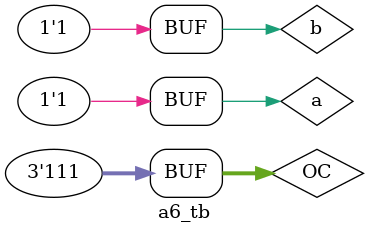
<source format=v>
module mymux2to1 (input a, input b, input s, output y);
    wire w1, w2, s;
    not(ns, s);
    and(w1, a, ns);
    and(w2, b, s);
    or(y, w1, w2);
endmodule

module mymux4to1 (input a, input b, input c, input d, input s, input t, output y);
    wire w1, w2;
    mymux2to1 M1 (.a(a), .b(b), .s(t), .y(w1));
    mymux2to1 M2 (.a(c), .b(d), .s(t), .y(w2));
    mymux2to1 M3 (.a(w1), .b(w2), .s(s), .y(y));
endmodule

module mymux8to1 (input a, input b, input c, input d, input e, input f, input g, input h, input [2:0] s, output y);
    wire w1, w2;
    mymux4to1 M1 (.a(a), .b(b), .c(c), .d(d), .s(s[1]), .t(s[0]), .y(w1));
    mymux4to1 M2 (.a(e), .b(f), .c(g), .d(h), .s(s[1]), .t(s[0]), .y(w2));
    mymux2to1 M3 (.a(w1), .b(w2), .s(s[2]), .y(y));
endmodule    

module myhalfadder (input a, input b, output sum, output carry);
    xor(sum, a, b);
    and(carry, a, b);
endmodule

module myhalfsubtractor (input a, input b, output diff, output borrow);
    wire na;
    not (na, a);
    xor(diff, a, b);
    and(borrow, na, b);
endmodule

module mymultiplier (input a, input b, output c);
    and(c, a, b);
endmodule


module myALU (input a, input b, input [2:0] OC, output o1, output o2);
    wire y1_sum, y1_carry, y2_diff, y2_borrow, y3, y4, y5, y6;
    myhalfadder addition (.a(a), .b(b), .sum(y1_sum), .carry(y1_carry));
    myhalfsubtractor subtraction (.a(a), .b(b), .diff(y2_diff), .borrow(y2_borrow));
    mymultiplier multiplication (.a(a), .b(b), .c(y3));
    or(y4, a, b);
    and(y5, a, b);
    xor(y6, a, b);

    mymux8to1 MUX1 (.a(y1_sum), .b(y2_diff), .c(y3), .d(y4), .e(y5), .f(y6), .g(1'bz), .h(1'bz), .s(OC), .y(o1));
    mymux8to1 MUX2 (.a(y1_carry), .b(y2_borrow), .c(1'bz), .d(1'bz), .e(1'bz), .f(1'bz), .g(1'bz), .h(1'bz), .s(OC), .y(o2)); 
endmodule

module a6_tb();

    reg a, b;
    reg [2:0] OC;
    wire o1, o2;

    myALU ALU (a, b, OC, o1, o2);

    initial begin
        $dumpfile("a6_tb.vcd");
        $dumpvars(0,a6_tb);

        a = 1; b = 1; OC = 3'b000; #10;
        a = 1; b = 0; OC = 3'b001; #10;
        a = 0; b = 1; OC = 3'b010; #10;
        a = 0; b = 1; OC = 3'b011; #10;
        a = 1; b = 0; OC = 3'b100; #10;
        a = 1; b = 0; OC = 3'b101; #10;
        a = 1; b = 1; OC = 3'b110; #10;
        a = 1; b = 1; OC = 3'b111; #10;
    end

endmodule
</source>
